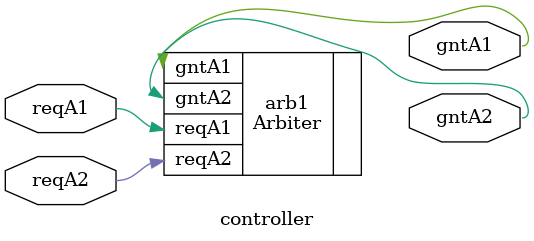
<source format=sv>
`timescale 1ns / 1ps

module controller (
    input reqA1,
    input reqA2,
    output reg gntA1,
    output reg gntA2
);

Arbiter arb1(
    .reqA1(reqA1),
    .reqA2(reqA2),
    .gntA1(gntA1),
    .gntA2(gntA2)
);
    
endmodule
</source>
